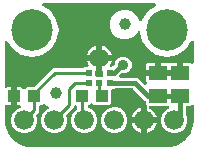
<source format=gbr>
G04 EAGLE Gerber RS-274X export*
G75*
%MOMM*%
%FSLAX34Y34*%
%LPD*%
%INBottom Copper*%
%IPPOS*%
%AMOC8*
5,1,8,0,0,1.08239X$1,22.5*%
G01*
%ADD10R,1.500000X1.240000*%
%ADD11C,1.000000*%
%ADD12C,3.516000*%
%ADD13C,1.625000*%
%ADD14R,0.600000X0.525000*%
%ADD15C,1.676400*%
%ADD16R,1.075000X1.000000*%
%ADD17C,0.906400*%
%ADD18C,0.406400*%
%ADD19C,0.254000*%

G36*
X149882Y2543D02*
X149882Y2543D01*
X149960Y2545D01*
X153337Y2810D01*
X153405Y2824D01*
X153474Y2829D01*
X153630Y2869D01*
X160054Y4956D01*
X160161Y5006D01*
X160272Y5050D01*
X160323Y5083D01*
X160342Y5091D01*
X160357Y5104D01*
X160408Y5136D01*
X165872Y9107D01*
X165959Y9188D01*
X166006Y9227D01*
X166012Y9231D01*
X166013Y9232D01*
X166051Y9264D01*
X166089Y9310D01*
X166104Y9324D01*
X166115Y9342D01*
X166153Y9388D01*
X170124Y14852D01*
X170181Y14956D01*
X170245Y15056D01*
X170267Y15113D01*
X170277Y15131D01*
X170282Y15151D01*
X170304Y15206D01*
X172391Y21630D01*
X172404Y21698D01*
X172427Y21764D01*
X172450Y21923D01*
X172715Y25300D01*
X172715Y25304D01*
X172716Y25307D01*
X172715Y25326D01*
X172719Y25400D01*
X172719Y37452D01*
X172702Y37590D01*
X172689Y37728D01*
X172682Y37747D01*
X172679Y37767D01*
X172628Y37897D01*
X172581Y38028D01*
X172570Y38044D01*
X172562Y38063D01*
X172481Y38175D01*
X172403Y38291D01*
X172387Y38304D01*
X172376Y38320D01*
X172268Y38409D01*
X172164Y38501D01*
X172146Y38510D01*
X172131Y38523D01*
X172005Y38583D01*
X171881Y38646D01*
X171861Y38650D01*
X171843Y38659D01*
X171706Y38685D01*
X171571Y38715D01*
X171550Y38715D01*
X171531Y38719D01*
X171392Y38710D01*
X171253Y38706D01*
X171233Y38700D01*
X171213Y38699D01*
X171081Y38656D01*
X170947Y38617D01*
X170930Y38607D01*
X170911Y38601D01*
X170793Y38526D01*
X170673Y38456D01*
X170652Y38437D01*
X170642Y38431D01*
X170628Y38416D01*
X170553Y38349D01*
X169842Y37639D01*
X167132Y37639D01*
X167014Y37624D01*
X166895Y37617D01*
X166857Y37604D01*
X166816Y37599D01*
X166706Y37556D01*
X166593Y37519D01*
X166558Y37497D01*
X166521Y37482D01*
X166425Y37413D01*
X166324Y37349D01*
X166296Y37319D01*
X166263Y37296D01*
X166187Y37204D01*
X166106Y37117D01*
X166086Y37082D01*
X166061Y37051D01*
X166010Y36943D01*
X165952Y36839D01*
X165942Y36799D01*
X165925Y36763D01*
X165903Y36646D01*
X165873Y36531D01*
X165869Y36471D01*
X165865Y36451D01*
X165867Y36430D01*
X165863Y36370D01*
X165863Y30891D01*
X165864Y30882D01*
X165863Y30873D01*
X165884Y30724D01*
X165903Y30576D01*
X165906Y30567D01*
X165907Y30558D01*
X165959Y30405D01*
X167133Y27573D01*
X167133Y23227D01*
X165470Y19213D01*
X162397Y16140D01*
X158383Y14477D01*
X154037Y14477D01*
X150023Y16140D01*
X146950Y19213D01*
X145287Y23227D01*
X145287Y27573D01*
X146950Y31587D01*
X150023Y34660D01*
X151321Y35197D01*
X151381Y35232D01*
X151446Y35258D01*
X151519Y35310D01*
X151597Y35355D01*
X151647Y35403D01*
X151703Y35444D01*
X151761Y35514D01*
X151825Y35576D01*
X151862Y35636D01*
X151906Y35689D01*
X151945Y35771D01*
X151991Y35847D01*
X152012Y35914D01*
X152042Y35977D01*
X152059Y36065D01*
X152085Y36151D01*
X152088Y36221D01*
X152102Y36290D01*
X152096Y36379D01*
X152100Y36469D01*
X152086Y36537D01*
X152082Y36607D01*
X152054Y36692D01*
X152036Y36780D01*
X152005Y36843D01*
X151984Y36909D01*
X151936Y36985D01*
X151896Y37066D01*
X151851Y37119D01*
X151814Y37178D01*
X151748Y37240D01*
X151690Y37308D01*
X151633Y37348D01*
X151582Y37396D01*
X151503Y37439D01*
X151430Y37491D01*
X151364Y37516D01*
X151303Y37550D01*
X151217Y37572D01*
X151132Y37604D01*
X151063Y37612D01*
X150996Y37629D01*
X150835Y37639D01*
X136135Y37639D01*
X136115Y37637D01*
X136096Y37639D01*
X135958Y37617D01*
X135820Y37599D01*
X135801Y37592D01*
X135782Y37589D01*
X135653Y37534D01*
X135524Y37482D01*
X135508Y37471D01*
X135490Y37463D01*
X135379Y37377D01*
X135267Y37296D01*
X135254Y37280D01*
X135238Y37268D01*
X135153Y37158D01*
X135064Y37051D01*
X135055Y37033D01*
X135043Y37017D01*
X134988Y36889D01*
X134928Y36763D01*
X134925Y36743D01*
X134917Y36725D01*
X134895Y36587D01*
X134869Y36451D01*
X134870Y36431D01*
X134867Y36411D01*
X134880Y36272D01*
X134888Y36133D01*
X134894Y36114D01*
X134896Y36094D01*
X134943Y35963D01*
X134986Y35831D01*
X134997Y35814D01*
X135004Y35795D01*
X135082Y35680D01*
X135157Y35562D01*
X135171Y35548D01*
X135182Y35532D01*
X135287Y35440D01*
X135388Y35344D01*
X135406Y35334D01*
X135421Y35321D01*
X135559Y35239D01*
X136535Y34742D01*
X137926Y33731D01*
X139141Y32516D01*
X140152Y31125D01*
X140933Y29593D01*
X141464Y27958D01*
X141473Y27899D01*
X133309Y27899D01*
X133309Y37492D01*
X133297Y37590D01*
X133294Y37689D01*
X133277Y37747D01*
X133269Y37807D01*
X133233Y37899D01*
X133205Y37995D01*
X133175Y38047D01*
X133152Y38103D01*
X133094Y38183D01*
X133044Y38268D01*
X132978Y38344D01*
X132966Y38360D01*
X132956Y38368D01*
X132938Y38389D01*
X132199Y39128D01*
X132199Y41088D01*
X132187Y41186D01*
X132184Y41285D01*
X132167Y41344D01*
X132159Y41404D01*
X132123Y41496D01*
X132095Y41591D01*
X132065Y41643D01*
X132042Y41699D01*
X131984Y41779D01*
X131934Y41865D01*
X131868Y41940D01*
X131856Y41957D01*
X131846Y41965D01*
X131828Y41986D01*
X121638Y52176D01*
X121559Y52236D01*
X121487Y52304D01*
X121434Y52333D01*
X121386Y52370D01*
X121295Y52410D01*
X121209Y52458D01*
X121150Y52473D01*
X121095Y52497D01*
X120997Y52512D01*
X120901Y52537D01*
X120801Y52543D01*
X120780Y52547D01*
X120768Y52545D01*
X120740Y52547D01*
X106881Y52547D01*
X106783Y52535D01*
X106684Y52532D01*
X106626Y52515D01*
X106566Y52507D01*
X106474Y52471D01*
X106378Y52443D01*
X106326Y52413D01*
X106270Y52390D01*
X106190Y52332D01*
X106104Y52282D01*
X106029Y52216D01*
X106013Y52204D01*
X106005Y52194D01*
X105984Y52175D01*
X105762Y51954D01*
X104045Y51954D01*
X103927Y51939D01*
X103808Y51932D01*
X103770Y51919D01*
X103729Y51914D01*
X103619Y51871D01*
X103506Y51834D01*
X103471Y51812D01*
X103434Y51797D01*
X103338Y51728D01*
X103237Y51664D01*
X103209Y51634D01*
X103176Y51611D01*
X103100Y51519D01*
X103019Y51432D01*
X102999Y51397D01*
X102974Y51366D01*
X102923Y51258D01*
X102865Y51154D01*
X102855Y51114D01*
X102838Y51078D01*
X102816Y50961D01*
X102786Y50846D01*
X102782Y50786D01*
X102778Y50766D01*
X102780Y50745D01*
X102776Y50685D01*
X102776Y39668D01*
X101287Y38179D01*
X88433Y38179D01*
X87258Y39354D01*
X87163Y39427D01*
X87074Y39506D01*
X87038Y39524D01*
X87006Y39549D01*
X86897Y39597D01*
X86791Y39651D01*
X86752Y39660D01*
X86714Y39676D01*
X86597Y39694D01*
X86481Y39720D01*
X86440Y39719D01*
X86400Y39725D01*
X86282Y39714D01*
X86163Y39711D01*
X86124Y39699D01*
X86084Y39696D01*
X85971Y39655D01*
X85857Y39622D01*
X85823Y39602D01*
X85784Y39588D01*
X85686Y39521D01*
X85583Y39461D01*
X85538Y39421D01*
X85521Y39409D01*
X85508Y39394D01*
X85463Y39354D01*
X84287Y38179D01*
X84081Y38179D01*
X84012Y38171D01*
X83942Y38172D01*
X83855Y38151D01*
X83766Y38139D01*
X83701Y38114D01*
X83633Y38097D01*
X83554Y38055D01*
X83470Y38022D01*
X83414Y37981D01*
X83352Y37949D01*
X83286Y37888D01*
X83213Y37836D01*
X83168Y37782D01*
X83117Y37735D01*
X83067Y37660D01*
X83010Y37591D01*
X82980Y37527D01*
X82942Y37469D01*
X82913Y37384D01*
X82875Y37303D01*
X82861Y37234D01*
X82839Y37168D01*
X82832Y37079D01*
X82815Y36991D01*
X82819Y36921D01*
X82814Y36851D01*
X82829Y36763D01*
X82835Y36673D01*
X82856Y36607D01*
X82868Y36538D01*
X82905Y36456D01*
X82933Y36371D01*
X82970Y36312D01*
X82999Y36248D01*
X83055Y36178D01*
X83103Y36102D01*
X83154Y36054D01*
X83197Y36000D01*
X83269Y35945D01*
X83334Y35884D01*
X83395Y35850D01*
X83451Y35808D01*
X83596Y35737D01*
X86197Y34660D01*
X89270Y31587D01*
X90933Y27573D01*
X90933Y23227D01*
X89270Y19213D01*
X86197Y16140D01*
X82183Y14477D01*
X77837Y14477D01*
X73823Y16140D01*
X70750Y19213D01*
X69087Y23227D01*
X69087Y27573D01*
X70750Y31587D01*
X73678Y34515D01*
X73738Y34593D01*
X73806Y34665D01*
X73835Y34718D01*
X73872Y34766D01*
X73912Y34857D01*
X73960Y34943D01*
X73975Y35002D01*
X73999Y35058D01*
X74014Y35156D01*
X74039Y35251D01*
X74045Y35351D01*
X74049Y35372D01*
X74047Y35384D01*
X74049Y35412D01*
X74049Y36910D01*
X74034Y37028D01*
X74027Y37147D01*
X74014Y37185D01*
X74009Y37226D01*
X73966Y37336D01*
X73929Y37449D01*
X73907Y37484D01*
X73892Y37521D01*
X73823Y37617D01*
X73759Y37718D01*
X73729Y37746D01*
X73706Y37779D01*
X73614Y37855D01*
X73527Y37936D01*
X73492Y37956D01*
X73461Y37981D01*
X73353Y38032D01*
X73249Y38090D01*
X73209Y38100D01*
X73173Y38117D01*
X73056Y38139D01*
X72941Y38169D01*
X72881Y38173D01*
X72861Y38177D01*
X72840Y38175D01*
X72780Y38179D01*
X72390Y38179D01*
X72272Y38164D01*
X72153Y38157D01*
X72115Y38144D01*
X72074Y38139D01*
X71964Y38096D01*
X71851Y38059D01*
X71816Y38037D01*
X71779Y38022D01*
X71683Y37953D01*
X71582Y37889D01*
X71554Y37859D01*
X71521Y37836D01*
X71445Y37744D01*
X71364Y37657D01*
X71344Y37622D01*
X71319Y37591D01*
X71268Y37483D01*
X71210Y37379D01*
X71200Y37339D01*
X71183Y37303D01*
X71161Y37186D01*
X71131Y37071D01*
X71127Y37011D01*
X71123Y36991D01*
X71125Y36970D01*
X71121Y36910D01*
X71121Y36522D01*
X65148Y30549D01*
X65130Y30525D01*
X65107Y30506D01*
X65033Y30400D01*
X64953Y30298D01*
X64941Y30270D01*
X64924Y30246D01*
X64878Y30125D01*
X64827Y30006D01*
X64822Y29977D01*
X64812Y29949D01*
X64797Y29820D01*
X64777Y29692D01*
X64780Y29662D01*
X64776Y29633D01*
X64795Y29504D01*
X64807Y29375D01*
X64817Y29347D01*
X64821Y29318D01*
X64873Y29166D01*
X65533Y27573D01*
X65533Y23227D01*
X63870Y19213D01*
X60797Y16140D01*
X56783Y14477D01*
X52437Y14477D01*
X48423Y16140D01*
X45350Y19213D01*
X43687Y23227D01*
X43687Y27573D01*
X45350Y31587D01*
X48423Y34660D01*
X49352Y35045D01*
X49473Y35114D01*
X49596Y35179D01*
X49611Y35192D01*
X49628Y35202D01*
X49728Y35299D01*
X49831Y35393D01*
X49842Y35409D01*
X49857Y35424D01*
X49929Y35542D01*
X50006Y35658D01*
X50012Y35677D01*
X50023Y35695D01*
X50064Y35827D01*
X50109Y35959D01*
X50111Y35979D01*
X50117Y35999D01*
X50123Y36137D01*
X50134Y36276D01*
X50131Y36296D01*
X50132Y36316D01*
X50104Y36452D01*
X50080Y36589D01*
X50071Y36608D01*
X50067Y36628D01*
X50006Y36753D01*
X49949Y36879D01*
X49937Y36895D01*
X49928Y36913D01*
X49838Y37019D01*
X49751Y37128D01*
X49734Y37140D01*
X49721Y37155D01*
X49608Y37235D01*
X49497Y37319D01*
X49471Y37331D01*
X49461Y37339D01*
X49442Y37346D01*
X49352Y37390D01*
X48776Y37628D01*
X47079Y39326D01*
X46985Y39399D01*
X46896Y39478D01*
X46860Y39496D01*
X46828Y39521D01*
X46718Y39568D01*
X46612Y39622D01*
X46573Y39631D01*
X46536Y39647D01*
X46418Y39666D01*
X46302Y39692D01*
X46262Y39691D01*
X46222Y39697D01*
X46103Y39686D01*
X45984Y39682D01*
X45945Y39671D01*
X45905Y39667D01*
X45793Y39627D01*
X45679Y39594D01*
X45644Y39573D01*
X45606Y39560D01*
X45507Y39493D01*
X45405Y39432D01*
X45360Y39392D01*
X45343Y39381D01*
X45329Y39366D01*
X45284Y39326D01*
X44137Y38179D01*
X42790Y38179D01*
X42672Y38164D01*
X42553Y38157D01*
X42515Y38144D01*
X42474Y38139D01*
X42364Y38096D01*
X42251Y38059D01*
X42216Y38037D01*
X42179Y38022D01*
X42083Y37953D01*
X41982Y37889D01*
X41954Y37859D01*
X41921Y37836D01*
X41845Y37744D01*
X41764Y37657D01*
X41744Y37622D01*
X41719Y37591D01*
X41668Y37483D01*
X41610Y37379D01*
X41600Y37339D01*
X41583Y37303D01*
X41561Y37186D01*
X41531Y37071D01*
X41527Y37011D01*
X41523Y36991D01*
X41525Y36970D01*
X41521Y36910D01*
X41521Y32322D01*
X39748Y30549D01*
X39730Y30525D01*
X39707Y30506D01*
X39633Y30400D01*
X39553Y30298D01*
X39541Y30270D01*
X39524Y30246D01*
X39478Y30125D01*
X39427Y30006D01*
X39422Y29977D01*
X39412Y29949D01*
X39397Y29820D01*
X39377Y29692D01*
X39380Y29662D01*
X39376Y29633D01*
X39395Y29504D01*
X39407Y29375D01*
X39417Y29347D01*
X39421Y29318D01*
X39473Y29166D01*
X40133Y27573D01*
X40133Y23227D01*
X38470Y19213D01*
X35397Y16140D01*
X31383Y14477D01*
X27037Y14477D01*
X23023Y16140D01*
X19950Y19213D01*
X18287Y23227D01*
X18287Y27573D01*
X19950Y31587D01*
X23023Y34660D01*
X25624Y35737D01*
X25685Y35772D01*
X25750Y35798D01*
X25822Y35850D01*
X25900Y35895D01*
X25951Y35943D01*
X26007Y35984D01*
X26064Y36054D01*
X26129Y36116D01*
X26165Y36176D01*
X26210Y36229D01*
X26248Y36311D01*
X26295Y36387D01*
X26316Y36454D01*
X26345Y36517D01*
X26362Y36605D01*
X26389Y36691D01*
X26392Y36761D01*
X26405Y36830D01*
X26400Y36919D01*
X26404Y37009D01*
X26390Y37077D01*
X26385Y37147D01*
X26358Y37232D01*
X26340Y37320D01*
X26309Y37383D01*
X26287Y37449D01*
X26239Y37525D01*
X26200Y37606D01*
X26155Y37659D01*
X26117Y37718D01*
X26052Y37780D01*
X25994Y37848D01*
X25936Y37888D01*
X25886Y37936D01*
X25807Y37979D01*
X25734Y38031D01*
X25668Y38056D01*
X25607Y38090D01*
X25520Y38112D01*
X25436Y38144D01*
X25367Y38152D01*
X25299Y38169D01*
X25139Y38179D01*
X23209Y38179D01*
X23209Y44490D01*
X23194Y44608D01*
X23187Y44727D01*
X23174Y44765D01*
X23169Y44805D01*
X23126Y44916D01*
X23089Y45029D01*
X23067Y45063D01*
X23052Y45101D01*
X22983Y45197D01*
X22919Y45298D01*
X22889Y45326D01*
X22866Y45358D01*
X22774Y45434D01*
X22687Y45516D01*
X22652Y45535D01*
X22621Y45561D01*
X22513Y45612D01*
X22409Y45669D01*
X22369Y45679D01*
X22333Y45697D01*
X22226Y45717D01*
X22256Y45721D01*
X22366Y45765D01*
X22479Y45801D01*
X22514Y45823D01*
X22551Y45838D01*
X22647Y45908D01*
X22748Y45971D01*
X22776Y46001D01*
X22809Y46025D01*
X22885Y46116D01*
X22966Y46203D01*
X22986Y46238D01*
X23011Y46270D01*
X23062Y46377D01*
X23120Y46482D01*
X23130Y46521D01*
X23147Y46557D01*
X23169Y46674D01*
X23199Y46790D01*
X23203Y46850D01*
X23207Y46870D01*
X23206Y46880D01*
X23207Y46884D01*
X23206Y46897D01*
X23209Y46950D01*
X23209Y53261D01*
X26419Y53261D01*
X27066Y53088D01*
X27645Y52753D01*
X28154Y52244D01*
X28166Y52228D01*
X28237Y52124D01*
X28262Y52102D01*
X28283Y52075D01*
X28381Y51997D01*
X28475Y51913D01*
X28505Y51898D01*
X28532Y51877D01*
X28646Y51826D01*
X28759Y51769D01*
X28791Y51761D01*
X28822Y51748D01*
X28946Y51727D01*
X29069Y51699D01*
X29102Y51700D01*
X29136Y51695D01*
X29261Y51705D01*
X29387Y51709D01*
X29419Y51718D01*
X29453Y51721D01*
X29572Y51762D01*
X29692Y51797D01*
X29721Y51814D01*
X29753Y51825D01*
X29858Y51895D01*
X29966Y51959D01*
X30003Y51991D01*
X30018Y52001D01*
X30033Y52017D01*
X30087Y52065D01*
X31283Y53261D01*
X36796Y53261D01*
X36894Y53273D01*
X36993Y53276D01*
X37051Y53293D01*
X37111Y53301D01*
X37203Y53337D01*
X37299Y53365D01*
X37351Y53395D01*
X37407Y53418D01*
X37487Y53476D01*
X37572Y53526D01*
X37648Y53592D01*
X37664Y53604D01*
X37672Y53614D01*
X37693Y53632D01*
X53492Y69431D01*
X77777Y69431D01*
X77875Y69443D01*
X77974Y69446D01*
X78032Y69463D01*
X78092Y69471D01*
X78184Y69507D01*
X78280Y69535D01*
X78332Y69565D01*
X78388Y69588D01*
X78468Y69646D01*
X78553Y69696D01*
X78629Y69762D01*
X78645Y69774D01*
X78653Y69784D01*
X78674Y69802D01*
X79658Y70786D01*
X82456Y70786D01*
X82555Y70798D01*
X82654Y70801D01*
X82712Y70818D01*
X82772Y70826D01*
X82864Y70862D01*
X82960Y70890D01*
X83012Y70920D01*
X83068Y70943D01*
X83148Y71001D01*
X83233Y71052D01*
X83276Y71094D01*
X83325Y71129D01*
X83388Y71206D01*
X83459Y71276D01*
X83489Y71328D01*
X83528Y71374D01*
X83570Y71464D01*
X83621Y71550D01*
X83638Y71608D01*
X83663Y71662D01*
X83682Y71760D01*
X83710Y71855D01*
X83712Y71915D01*
X83723Y71974D01*
X83717Y72074D01*
X83720Y72173D01*
X83707Y72232D01*
X83703Y72292D01*
X83673Y72386D01*
X83651Y72483D01*
X83612Y72575D01*
X83605Y72594D01*
X83599Y72605D01*
X83587Y72631D01*
X82826Y74126D01*
X82320Y75681D01*
X90171Y75681D01*
X90171Y67695D01*
X90090Y67677D01*
X90037Y67650D01*
X89981Y67632D01*
X89896Y67579D01*
X89807Y67533D01*
X89762Y67494D01*
X89712Y67462D01*
X89643Y67389D01*
X89568Y67323D01*
X89535Y67274D01*
X89494Y67230D01*
X89446Y67143D01*
X89389Y67060D01*
X89369Y67004D01*
X89340Y66952D01*
X89315Y66855D01*
X89281Y66761D01*
X89276Y66701D01*
X89261Y66644D01*
X89251Y66483D01*
X89251Y63555D01*
X89266Y63437D01*
X89273Y63318D01*
X89286Y63280D01*
X89291Y63239D01*
X89334Y63129D01*
X89371Y63016D01*
X89393Y62981D01*
X89408Y62944D01*
X89477Y62848D01*
X89541Y62747D01*
X89571Y62719D01*
X89594Y62686D01*
X89686Y62610D01*
X89773Y62529D01*
X89808Y62509D01*
X89839Y62484D01*
X89947Y62433D01*
X90051Y62375D01*
X90091Y62365D01*
X90127Y62348D01*
X90244Y62326D01*
X90359Y62296D01*
X90419Y62292D01*
X90439Y62288D01*
X90460Y62290D01*
X90520Y62286D01*
X94900Y62286D01*
X95018Y62301D01*
X95137Y62308D01*
X95175Y62321D01*
X95216Y62326D01*
X95326Y62369D01*
X95439Y62406D01*
X95474Y62428D01*
X95511Y62443D01*
X95607Y62512D01*
X95708Y62576D01*
X95736Y62606D01*
X95769Y62629D01*
X95845Y62721D01*
X95926Y62808D01*
X95946Y62843D01*
X95971Y62874D01*
X96022Y62982D01*
X96080Y63086D01*
X96090Y63126D01*
X96107Y63162D01*
X96129Y63279D01*
X96159Y63394D01*
X96163Y63454D01*
X96167Y63474D01*
X96165Y63495D01*
X96169Y63555D01*
X96169Y66483D01*
X96162Y66542D01*
X96164Y66602D01*
X96142Y66699D01*
X96129Y66799D01*
X96108Y66854D01*
X96095Y66912D01*
X96049Y67001D01*
X96012Y67094D01*
X95977Y67143D01*
X95950Y67196D01*
X95884Y67271D01*
X95826Y67352D01*
X95780Y67390D01*
X95740Y67434D01*
X95658Y67491D01*
X95581Y67554D01*
X95527Y67580D01*
X95477Y67613D01*
X95383Y67647D01*
X95293Y67690D01*
X95249Y67698D01*
X95249Y75681D01*
X103100Y75681D01*
X102594Y74126D01*
X101833Y72631D01*
X101799Y72538D01*
X101757Y72448D01*
X101745Y72389D01*
X101725Y72332D01*
X101716Y72233D01*
X101697Y72135D01*
X101701Y72075D01*
X101695Y72015D01*
X101711Y71917D01*
X101717Y71818D01*
X101735Y71761D01*
X101745Y71701D01*
X101784Y71610D01*
X101815Y71516D01*
X101847Y71465D01*
X101871Y71409D01*
X101932Y71331D01*
X101985Y71247D01*
X102029Y71206D01*
X102066Y71158D01*
X102144Y71097D01*
X102217Y71029D01*
X102269Y71000D01*
X102317Y70963D01*
X102408Y70923D01*
X102495Y70875D01*
X102553Y70860D01*
X102609Y70836D01*
X102707Y70821D01*
X102803Y70796D01*
X102902Y70790D01*
X102923Y70786D01*
X102935Y70788D01*
X102964Y70786D01*
X103163Y70786D01*
X103261Y70798D01*
X103360Y70801D01*
X103419Y70818D01*
X103479Y70826D01*
X103571Y70862D01*
X103666Y70890D01*
X103718Y70920D01*
X103774Y70943D01*
X103854Y71001D01*
X103940Y71051D01*
X104015Y71117D01*
X104032Y71129D01*
X104040Y71139D01*
X104061Y71157D01*
X105586Y72682D01*
X105646Y72761D01*
X105714Y72833D01*
X105743Y72886D01*
X105780Y72934D01*
X105820Y73025D01*
X105868Y73111D01*
X105883Y73170D01*
X105907Y73225D01*
X105922Y73323D01*
X105947Y73419D01*
X105953Y73519D01*
X105957Y73540D01*
X105955Y73552D01*
X105957Y73580D01*
X105957Y73797D01*
X107034Y76396D01*
X109024Y78386D01*
X111623Y79463D01*
X114437Y79463D01*
X117036Y78386D01*
X119026Y76396D01*
X120103Y73797D01*
X120103Y70983D01*
X119026Y68384D01*
X117036Y66394D01*
X114437Y65317D01*
X111680Y65317D01*
X111582Y65305D01*
X111483Y65302D01*
X111424Y65285D01*
X111364Y65277D01*
X111272Y65241D01*
X111177Y65213D01*
X111125Y65183D01*
X111069Y65160D01*
X110989Y65102D01*
X110903Y65052D01*
X110828Y64986D01*
X110811Y64974D01*
X110803Y64964D01*
X110782Y64946D01*
X109696Y63859D01*
X109612Y63750D01*
X109522Y63643D01*
X109514Y63624D01*
X109501Y63608D01*
X109446Y63481D01*
X109387Y63355D01*
X109383Y63335D01*
X109375Y63316D01*
X109353Y63178D01*
X109327Y63042D01*
X109328Y63022D01*
X109325Y63002D01*
X109338Y62863D01*
X109347Y62725D01*
X109353Y62706D01*
X109355Y62686D01*
X109402Y62554D01*
X109445Y62423D01*
X109456Y62405D01*
X109463Y62386D01*
X109541Y62271D01*
X109615Y62154D01*
X109630Y62140D01*
X109641Y62123D01*
X109745Y62031D01*
X109847Y61936D01*
X109864Y61926D01*
X109880Y61913D01*
X110003Y61850D01*
X110125Y61782D01*
X110145Y61777D01*
X110163Y61768D01*
X110299Y61738D01*
X110433Y61703D01*
X110461Y61701D01*
X110473Y61698D01*
X110494Y61699D01*
X110594Y61693D01*
X125054Y61693D01*
X130780Y55967D01*
X130901Y55873D01*
X131020Y55778D01*
X131026Y55776D01*
X131032Y55772D01*
X131172Y55711D01*
X131311Y55649D01*
X131317Y55648D01*
X131323Y55645D01*
X131474Y55621D01*
X131624Y55596D01*
X131631Y55596D01*
X131637Y55595D01*
X131790Y55610D01*
X131941Y55622D01*
X131947Y55625D01*
X131954Y55625D01*
X132098Y55677D01*
X132241Y55727D01*
X132247Y55731D01*
X132253Y55733D01*
X132380Y55819D01*
X132506Y55903D01*
X132511Y55908D01*
X132517Y55911D01*
X132618Y56027D01*
X132719Y56139D01*
X132722Y56145D01*
X132727Y56150D01*
X132797Y56287D01*
X132867Y56420D01*
X132869Y56427D01*
X132872Y56433D01*
X132905Y56582D01*
X132940Y56730D01*
X132940Y56737D01*
X132941Y56743D01*
X132937Y56896D01*
X132934Y57048D01*
X132932Y57054D01*
X132932Y57061D01*
X132889Y57208D01*
X132848Y57354D01*
X132844Y57363D01*
X132843Y57367D01*
X132838Y57376D01*
X132777Y57499D01*
X132372Y58199D01*
X132199Y58846D01*
X132199Y62841D01*
X140970Y62841D01*
X141088Y62856D01*
X141207Y62863D01*
X141245Y62876D01*
X141285Y62881D01*
X141396Y62924D01*
X141509Y62961D01*
X141544Y62983D01*
X141581Y62998D01*
X141677Y63068D01*
X141778Y63131D01*
X141806Y63161D01*
X141838Y63185D01*
X141914Y63276D01*
X141996Y63363D01*
X142015Y63398D01*
X142041Y63429D01*
X142092Y63537D01*
X142149Y63641D01*
X142160Y63681D01*
X142177Y63717D01*
X142199Y63834D01*
X142229Y63949D01*
X142233Y64010D01*
X142237Y64030D01*
X142235Y64050D01*
X142239Y64110D01*
X142239Y65381D01*
X142241Y65381D01*
X142241Y64110D01*
X142256Y63992D01*
X142263Y63873D01*
X142276Y63835D01*
X142281Y63795D01*
X142325Y63684D01*
X142361Y63571D01*
X142383Y63536D01*
X142398Y63499D01*
X142468Y63403D01*
X142531Y63302D01*
X142561Y63274D01*
X142585Y63241D01*
X142676Y63166D01*
X142763Y63084D01*
X142798Y63064D01*
X142830Y63039D01*
X142937Y62988D01*
X143041Y62930D01*
X143081Y62920D01*
X143117Y62903D01*
X143234Y62881D01*
X143349Y62851D01*
X143410Y62847D01*
X143430Y62843D01*
X143450Y62845D01*
X143510Y62841D01*
X160020Y62841D01*
X160138Y62856D01*
X160257Y62863D01*
X160295Y62876D01*
X160335Y62881D01*
X160446Y62924D01*
X160559Y62961D01*
X160594Y62983D01*
X160631Y62998D01*
X160727Y63068D01*
X160828Y63131D01*
X160856Y63161D01*
X160888Y63185D01*
X160964Y63276D01*
X161046Y63363D01*
X161065Y63398D01*
X161091Y63429D01*
X161142Y63537D01*
X161199Y63641D01*
X161210Y63681D01*
X161227Y63717D01*
X161249Y63834D01*
X161279Y63949D01*
X161283Y64010D01*
X161287Y64030D01*
X161285Y64050D01*
X161289Y64110D01*
X161289Y65381D01*
X162560Y65381D01*
X162678Y65396D01*
X162797Y65403D01*
X162835Y65416D01*
X162875Y65421D01*
X162986Y65465D01*
X163099Y65501D01*
X163134Y65523D01*
X163171Y65538D01*
X163267Y65608D01*
X163368Y65671D01*
X163396Y65701D01*
X163428Y65725D01*
X163504Y65816D01*
X163586Y65903D01*
X163605Y65938D01*
X163631Y65970D01*
X163682Y66077D01*
X163739Y66181D01*
X163750Y66221D01*
X163767Y66257D01*
X163789Y66374D01*
X163819Y66489D01*
X163823Y66550D01*
X163827Y66570D01*
X163825Y66590D01*
X163829Y66650D01*
X163829Y74121D01*
X169124Y74121D01*
X169771Y73948D01*
X170350Y73613D01*
X170552Y73411D01*
X170662Y73326D01*
X170769Y73237D01*
X170788Y73228D01*
X170804Y73216D01*
X170932Y73160D01*
X171057Y73101D01*
X171077Y73097D01*
X171096Y73089D01*
X171233Y73068D01*
X171370Y73041D01*
X171390Y73043D01*
X171410Y73039D01*
X171548Y73052D01*
X171687Y73061D01*
X171706Y73067D01*
X171726Y73069D01*
X171857Y73116D01*
X171989Y73159D01*
X172007Y73170D01*
X172026Y73177D01*
X172141Y73255D01*
X172258Y73329D01*
X172272Y73344D01*
X172289Y73355D01*
X172381Y73460D01*
X172476Y73561D01*
X172486Y73579D01*
X172499Y73594D01*
X172562Y73718D01*
X172630Y73839D01*
X172635Y73859D01*
X172644Y73877D01*
X172674Y74013D01*
X172709Y74147D01*
X172711Y74175D01*
X172714Y74187D01*
X172713Y74208D01*
X172719Y74308D01*
X172719Y91596D01*
X172706Y91700D01*
X172702Y91804D01*
X172686Y91857D01*
X172679Y91911D01*
X172641Y92008D01*
X172611Y92109D01*
X172583Y92156D01*
X172562Y92207D01*
X172501Y92292D01*
X172447Y92381D01*
X172408Y92420D01*
X172376Y92465D01*
X172295Y92531D01*
X172221Y92604D01*
X172173Y92632D01*
X172131Y92667D01*
X172036Y92712D01*
X171946Y92764D01*
X171893Y92779D01*
X171843Y92803D01*
X171740Y92822D01*
X171640Y92851D01*
X171585Y92852D01*
X171531Y92863D01*
X171426Y92856D01*
X171322Y92859D01*
X171268Y92846D01*
X171213Y92843D01*
X171114Y92811D01*
X171012Y92787D01*
X170963Y92762D01*
X170911Y92745D01*
X170822Y92689D01*
X170730Y92641D01*
X170688Y92604D01*
X170642Y92575D01*
X170570Y92499D01*
X170492Y92429D01*
X170439Y92359D01*
X170424Y92343D01*
X170417Y92330D01*
X170395Y92301D01*
X165894Y85566D01*
X158538Y80650D01*
X149860Y78924D01*
X141182Y80650D01*
X133826Y85566D01*
X128910Y92922D01*
X127542Y99803D01*
X127508Y99902D01*
X127484Y100004D01*
X127458Y100052D01*
X127441Y100105D01*
X127384Y100192D01*
X127335Y100285D01*
X127298Y100326D01*
X127268Y100372D01*
X127192Y100443D01*
X127122Y100520D01*
X127075Y100550D01*
X127035Y100588D01*
X126943Y100638D01*
X126856Y100695D01*
X126804Y100713D01*
X126755Y100739D01*
X126654Y100764D01*
X126555Y100798D01*
X126500Y100802D01*
X126447Y100816D01*
X126342Y100815D01*
X126238Y100823D01*
X126184Y100814D01*
X126129Y100813D01*
X126028Y100787D01*
X125925Y100769D01*
X125874Y100746D01*
X125821Y100732D01*
X125730Y100681D01*
X125635Y100638D01*
X125592Y100604D01*
X125543Y100577D01*
X125468Y100505D01*
X125386Y100440D01*
X125353Y100396D01*
X125313Y100358D01*
X125258Y100269D01*
X125195Y100186D01*
X125156Y100106D01*
X125145Y100088D01*
X125140Y100074D01*
X125124Y100041D01*
X124931Y99576D01*
X121404Y96048D01*
X116795Y94139D01*
X111805Y94139D01*
X107196Y96048D01*
X103668Y99576D01*
X101759Y104185D01*
X101759Y109175D01*
X103668Y113784D01*
X107196Y117312D01*
X111805Y119221D01*
X116795Y119221D01*
X121404Y117312D01*
X124932Y113784D01*
X126489Y110023D01*
X126541Y109932D01*
X126585Y109837D01*
X126620Y109794D01*
X126647Y109746D01*
X126720Y109671D01*
X126786Y109590D01*
X126830Y109558D01*
X126868Y109518D01*
X126957Y109463D01*
X127041Y109401D01*
X127092Y109381D01*
X127139Y109352D01*
X127239Y109321D01*
X127336Y109282D01*
X127391Y109274D01*
X127443Y109258D01*
X127547Y109253D01*
X127651Y109239D01*
X127706Y109246D01*
X127761Y109243D01*
X127863Y109264D01*
X127967Y109276D01*
X128018Y109296D01*
X128072Y109307D01*
X128166Y109353D01*
X128264Y109391D01*
X128308Y109423D01*
X128358Y109447D01*
X128438Y109515D01*
X128523Y109576D01*
X128558Y109618D01*
X128600Y109653D01*
X128660Y109739D01*
X128728Y109819D01*
X128751Y109868D01*
X128783Y109913D01*
X128820Y110011D01*
X128866Y110105D01*
X128888Y110191D01*
X128896Y110211D01*
X128898Y110226D01*
X128907Y110261D01*
X128910Y110278D01*
X133826Y117634D01*
X140561Y122135D01*
X140640Y122203D01*
X140724Y122264D01*
X140760Y122307D01*
X140801Y122343D01*
X140861Y122429D01*
X140927Y122509D01*
X140951Y122559D01*
X140982Y122605D01*
X141018Y122703D01*
X141063Y122797D01*
X141073Y122851D01*
X141092Y122903D01*
X141103Y123007D01*
X141123Y123110D01*
X141119Y123165D01*
X141125Y123219D01*
X141109Y123323D01*
X141103Y123427D01*
X141086Y123479D01*
X141078Y123534D01*
X141037Y123630D01*
X141005Y123729D01*
X140975Y123776D01*
X140954Y123827D01*
X140891Y123910D01*
X140835Y123998D01*
X140795Y124036D01*
X140761Y124080D01*
X140679Y124145D01*
X140603Y124216D01*
X140555Y124243D01*
X140512Y124277D01*
X140416Y124319D01*
X140325Y124370D01*
X140271Y124383D01*
X140221Y124406D01*
X140118Y124423D01*
X140017Y124449D01*
X139928Y124455D01*
X139907Y124458D01*
X139892Y124457D01*
X139856Y124459D01*
X45564Y124459D01*
X45460Y124446D01*
X45356Y124442D01*
X45303Y124426D01*
X45249Y124419D01*
X45152Y124381D01*
X45051Y124351D01*
X45004Y124323D01*
X44953Y124302D01*
X44868Y124241D01*
X44779Y124187D01*
X44740Y124148D01*
X44695Y124116D01*
X44629Y124035D01*
X44556Y123961D01*
X44528Y123913D01*
X44493Y123871D01*
X44448Y123776D01*
X44396Y123686D01*
X44381Y123633D01*
X44357Y123583D01*
X44338Y123480D01*
X44309Y123380D01*
X44308Y123325D01*
X44297Y123271D01*
X44304Y123166D01*
X44301Y123062D01*
X44314Y123008D01*
X44317Y122953D01*
X44349Y122854D01*
X44373Y122752D01*
X44398Y122703D01*
X44415Y122651D01*
X44471Y122562D01*
X44519Y122470D01*
X44556Y122428D01*
X44585Y122382D01*
X44661Y122310D01*
X44731Y122232D01*
X44801Y122179D01*
X44817Y122164D01*
X44830Y122157D01*
X44859Y122135D01*
X51594Y117634D01*
X56510Y110278D01*
X58236Y101600D01*
X56510Y92922D01*
X51594Y85566D01*
X44238Y80650D01*
X35560Y78924D01*
X26882Y80650D01*
X19526Y85566D01*
X15025Y92301D01*
X14957Y92380D01*
X14896Y92465D01*
X14853Y92500D01*
X14817Y92541D01*
X14731Y92601D01*
X14651Y92667D01*
X14601Y92691D01*
X14555Y92722D01*
X14457Y92758D01*
X14363Y92803D01*
X14309Y92813D01*
X14257Y92832D01*
X14153Y92843D01*
X14050Y92863D01*
X13995Y92859D01*
X13941Y92865D01*
X13837Y92849D01*
X13733Y92843D01*
X13681Y92826D01*
X13626Y92818D01*
X13530Y92777D01*
X13431Y92745D01*
X13384Y92715D01*
X13333Y92694D01*
X13250Y92631D01*
X13162Y92575D01*
X13124Y92535D01*
X13080Y92501D01*
X13015Y92419D01*
X12944Y92343D01*
X12917Y92295D01*
X12883Y92252D01*
X12841Y92156D01*
X12790Y92065D01*
X12777Y92011D01*
X12754Y91961D01*
X12737Y91858D01*
X12711Y91757D01*
X12705Y91669D01*
X12702Y91647D01*
X12703Y91632D01*
X12701Y91596D01*
X12701Y54299D01*
X12716Y54174D01*
X12726Y54048D01*
X12736Y54016D01*
X12741Y53983D01*
X12787Y53866D01*
X12827Y53747D01*
X12845Y53719D01*
X12858Y53687D01*
X12931Y53586D01*
X13000Y53480D01*
X13025Y53457D01*
X13044Y53430D01*
X13141Y53350D01*
X13234Y53265D01*
X13263Y53249D01*
X13289Y53227D01*
X13403Y53174D01*
X13514Y53114D01*
X13547Y53106D01*
X13577Y53092D01*
X13701Y53068D01*
X13823Y53038D01*
X13856Y53038D01*
X13889Y53032D01*
X14015Y53040D01*
X14141Y53041D01*
X14189Y53051D01*
X14207Y53052D01*
X14227Y53058D01*
X14299Y53073D01*
X15001Y53261D01*
X18211Y53261D01*
X18211Y46950D01*
X18226Y46832D01*
X18233Y46713D01*
X18245Y46675D01*
X18251Y46635D01*
X18294Y46524D01*
X18331Y46411D01*
X18353Y46377D01*
X18368Y46339D01*
X18437Y46243D01*
X18501Y46142D01*
X18531Y46114D01*
X18554Y46082D01*
X18646Y46006D01*
X18733Y45924D01*
X18768Y45905D01*
X18799Y45879D01*
X18907Y45828D01*
X19011Y45771D01*
X19051Y45761D01*
X19087Y45743D01*
X19194Y45723D01*
X19164Y45719D01*
X19054Y45675D01*
X18941Y45639D01*
X18906Y45617D01*
X18869Y45602D01*
X18772Y45532D01*
X18672Y45469D01*
X18644Y45439D01*
X18611Y45415D01*
X18535Y45324D01*
X18454Y45237D01*
X18434Y45202D01*
X18409Y45170D01*
X18358Y45063D01*
X18300Y44958D01*
X18290Y44919D01*
X18273Y44883D01*
X18251Y44766D01*
X18221Y44650D01*
X18217Y44590D01*
X18213Y44570D01*
X18215Y44550D01*
X18211Y44490D01*
X18211Y38179D01*
X15001Y38179D01*
X14299Y38367D01*
X14174Y38385D01*
X14050Y38408D01*
X14017Y38406D01*
X13983Y38411D01*
X13858Y38396D01*
X13733Y38388D01*
X13701Y38378D01*
X13668Y38374D01*
X13550Y38329D01*
X13431Y38290D01*
X13402Y38272D01*
X13371Y38260D01*
X13268Y38187D01*
X13162Y38120D01*
X13139Y38096D01*
X13111Y38076D01*
X13030Y37980D01*
X12944Y37889D01*
X12928Y37859D01*
X12906Y37833D01*
X12851Y37720D01*
X12790Y37610D01*
X12782Y37577D01*
X12767Y37547D01*
X12742Y37424D01*
X12711Y37302D01*
X12708Y37253D01*
X12704Y37235D01*
X12705Y37214D01*
X12701Y37141D01*
X12701Y25400D01*
X12703Y25378D01*
X12705Y25300D01*
X12970Y21923D01*
X12984Y21855D01*
X12989Y21786D01*
X13029Y21630D01*
X15116Y15206D01*
X15166Y15099D01*
X15210Y14988D01*
X15243Y14937D01*
X15251Y14918D01*
X15264Y14903D01*
X15296Y14852D01*
X19267Y9388D01*
X19287Y9366D01*
X19298Y9348D01*
X19344Y9305D01*
X19348Y9301D01*
X19424Y9209D01*
X19470Y9171D01*
X19484Y9156D01*
X19502Y9145D01*
X19548Y9107D01*
X25012Y5136D01*
X25116Y5079D01*
X25216Y5015D01*
X25273Y4993D01*
X25291Y4983D01*
X25311Y4978D01*
X25366Y4956D01*
X31790Y2869D01*
X31858Y2856D01*
X31924Y2833D01*
X32083Y2810D01*
X35460Y2545D01*
X35482Y2546D01*
X35560Y2541D01*
X149860Y2541D01*
X149882Y2543D01*
G37*
%LPC*%
G36*
X103237Y14477D02*
X103237Y14477D01*
X99223Y16140D01*
X96150Y19213D01*
X94487Y23227D01*
X94487Y27573D01*
X96150Y31587D01*
X99223Y34660D01*
X101824Y35737D01*
X101885Y35772D01*
X101950Y35798D01*
X102022Y35850D01*
X102100Y35895D01*
X102151Y35943D01*
X102203Y35982D01*
X102256Y35989D01*
X102346Y35992D01*
X102413Y36011D01*
X102482Y36021D01*
X102635Y36073D01*
X103237Y36323D01*
X107583Y36323D01*
X111597Y34660D01*
X114670Y31587D01*
X116333Y27573D01*
X116333Y23227D01*
X114670Y19213D01*
X111597Y16140D01*
X107583Y14477D01*
X103237Y14477D01*
G37*
%LPD*%
%LPC*%
G36*
X144779Y67919D02*
X144779Y67919D01*
X144779Y74121D01*
X150074Y74121D01*
X150721Y73948D01*
X151130Y73711D01*
X151228Y73670D01*
X151321Y73621D01*
X151374Y73609D01*
X151423Y73588D01*
X151528Y73572D01*
X151631Y73548D01*
X151685Y73549D01*
X151738Y73541D01*
X151843Y73552D01*
X151949Y73554D01*
X152001Y73569D01*
X152054Y73574D01*
X152154Y73611D01*
X152255Y73640D01*
X152332Y73677D01*
X152353Y73685D01*
X152365Y73694D01*
X152400Y73711D01*
X152809Y73948D01*
X153456Y74121D01*
X158751Y74121D01*
X158751Y67919D01*
X144779Y67919D01*
G37*
%LPD*%
%LPC*%
G36*
X120147Y27899D02*
X120147Y27899D01*
X120156Y27958D01*
X120687Y29593D01*
X121468Y31125D01*
X122479Y32516D01*
X123694Y33731D01*
X125085Y34742D01*
X126617Y35523D01*
X128252Y36054D01*
X128311Y36063D01*
X128311Y27899D01*
X120147Y27899D01*
G37*
%LPD*%
%LPC*%
G36*
X133309Y22901D02*
X133309Y22901D01*
X141473Y22901D01*
X141464Y22842D01*
X140933Y21207D01*
X140152Y19675D01*
X139141Y18284D01*
X137926Y17069D01*
X136535Y16058D01*
X135003Y15277D01*
X133368Y14746D01*
X133309Y14737D01*
X133309Y22901D01*
G37*
%LPD*%
%LPC*%
G36*
X128252Y14746D02*
X128252Y14746D01*
X126617Y15277D01*
X125085Y16058D01*
X123694Y17069D01*
X122479Y18284D01*
X121468Y19675D01*
X120687Y21207D01*
X120156Y22842D01*
X120147Y22901D01*
X128311Y22901D01*
X128311Y14737D01*
X128252Y14746D01*
G37*
%LPD*%
%LPC*%
G36*
X132199Y67919D02*
X132199Y67919D01*
X132199Y71914D01*
X132372Y72561D01*
X132707Y73140D01*
X133180Y73613D01*
X133759Y73948D01*
X134406Y74121D01*
X139701Y74121D01*
X139701Y67919D01*
X132199Y67919D01*
G37*
%LPD*%
%LPC*%
G36*
X95249Y80759D02*
X95249Y80759D01*
X95249Y88610D01*
X96804Y88104D01*
X98300Y87342D01*
X99658Y86355D01*
X100845Y85168D01*
X101832Y83810D01*
X102594Y82314D01*
X103100Y80759D01*
X95249Y80759D01*
G37*
%LPD*%
%LPC*%
G36*
X82320Y80759D02*
X82320Y80759D01*
X82826Y82314D01*
X83588Y83810D01*
X84575Y85168D01*
X85762Y86355D01*
X87120Y87342D01*
X88616Y88104D01*
X90171Y88610D01*
X90171Y80759D01*
X82320Y80759D01*
G37*
%LPD*%
%LPC*%
G36*
X92709Y78219D02*
X92709Y78219D01*
X92709Y78221D01*
X92711Y78221D01*
X92711Y78219D01*
X92709Y78219D01*
G37*
%LPD*%
D10*
X142240Y46380D03*
X142240Y65380D03*
D11*
X114300Y106680D03*
X55880Y48260D03*
D10*
X161290Y46380D03*
X161290Y65380D03*
D12*
X149860Y101600D03*
D13*
X92710Y78220D03*
D14*
X83710Y57120D03*
X92710Y57120D03*
X101710Y57120D03*
X101710Y65620D03*
X83710Y65620D03*
D15*
X156210Y25400D03*
X130810Y25400D03*
X105410Y25400D03*
X80010Y25400D03*
X54610Y25400D03*
X29210Y25400D03*
D12*
X35560Y101600D03*
D16*
X94860Y45720D03*
X77860Y45720D03*
X20710Y45720D03*
X37710Y45720D03*
D17*
X167640Y78740D03*
X125730Y66040D03*
D18*
X161290Y30480D02*
X156210Y25400D01*
X161290Y30480D02*
X161290Y46380D01*
X142240Y46380D01*
X136500Y46380D01*
X123160Y57120D02*
X101710Y57120D01*
X123160Y57120D02*
X133900Y46380D01*
X142240Y46380D01*
D19*
X77860Y45720D02*
X77860Y27550D01*
X80010Y25400D01*
X83710Y57120D02*
X72360Y57120D01*
X67310Y52070D01*
X67310Y38100D01*
X54610Y25400D01*
X55070Y65620D02*
X83710Y65620D01*
X55070Y65620D02*
X37710Y48260D01*
X37710Y45720D01*
X37710Y33900D02*
X29210Y25400D01*
X37710Y33900D02*
X37710Y45720D01*
D18*
X101710Y65620D02*
X104990Y65620D01*
X111760Y72390D01*
X113030Y72390D01*
D17*
X113030Y72390D03*
D19*
X92710Y57120D02*
X92710Y44450D01*
X94860Y45720D01*
M02*

</source>
